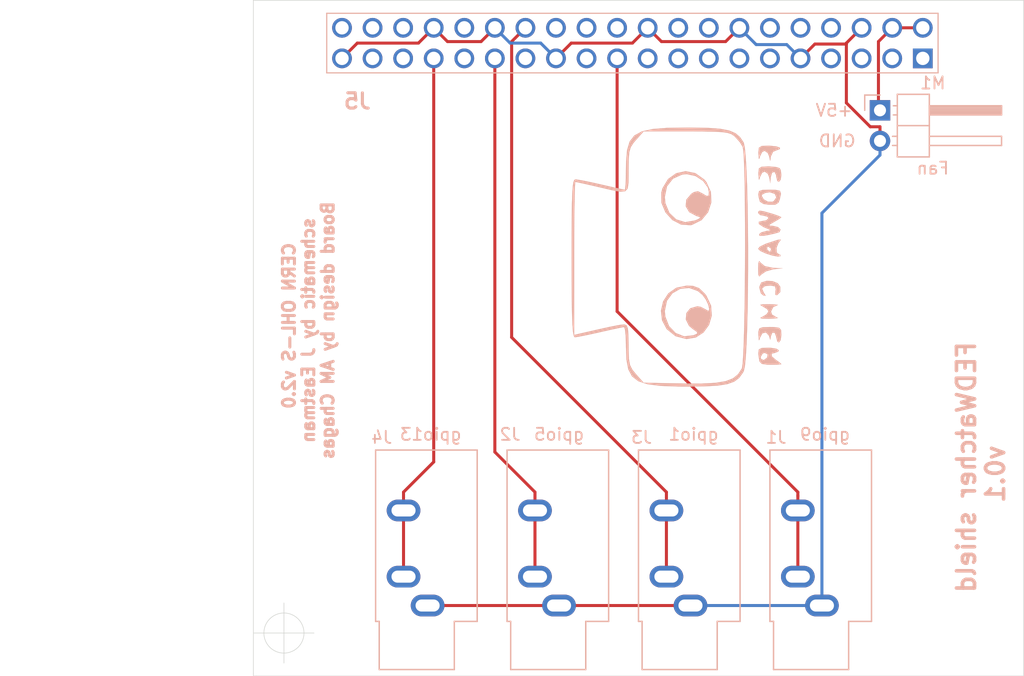
<source format=kicad_pcb>
(kicad_pcb (version 20171130) (host pcbnew "(5.1.12)-1")

  (general
    (thickness 1.6)
    (drawings 14)
    (tracks 54)
    (zones 0)
    (modules 7)
    (nets 33)
  )

  (page A4)
  (layers
    (0 F.Cu signal)
    (31 B.Cu signal)
    (32 B.Adhes user hide)
    (33 F.Adhes user hide)
    (34 B.Paste user hide)
    (35 F.Paste user hide)
    (36 B.SilkS user hide)
    (37 F.SilkS user hide)
    (38 B.Mask user hide)
    (39 F.Mask user hide)
    (40 Dwgs.User user hide)
    (41 Cmts.User user hide)
    (42 Eco1.User user hide)
    (43 Eco2.User user hide)
    (44 Edge.Cuts user)
    (45 Margin user hide)
    (46 B.CrtYd user hide)
    (47 F.CrtYd user hide)
    (48 B.Fab user hide)
    (49 F.Fab user hide)
  )

  (setup
    (last_trace_width 0.25)
    (trace_clearance 0.2)
    (zone_clearance 0.508)
    (zone_45_only no)
    (trace_min 0.2)
    (via_size 0.8)
    (via_drill 0.4)
    (via_min_size 0.4)
    (via_min_drill 0.3)
    (uvia_size 0.3)
    (uvia_drill 0.1)
    (uvias_allowed no)
    (uvia_min_size 0.2)
    (uvia_min_drill 0.1)
    (edge_width 0.05)
    (segment_width 0.2)
    (pcb_text_width 0.3)
    (pcb_text_size 1.5 1.5)
    (mod_edge_width 0.12)
    (mod_text_size 1 1)
    (mod_text_width 0.15)
    (pad_size 1.524 1.524)
    (pad_drill 0.762)
    (pad_to_mask_clearance 0)
    (aux_axis_origin 0 0)
    (grid_origin 55.118 85.09)
    (visible_elements 7FFFFFFF)
    (pcbplotparams
      (layerselection 0x3ffff_ffffffff)
      (usegerberextensions false)
      (usegerberattributes true)
      (usegerberadvancedattributes true)
      (creategerberjobfile true)
      (excludeedgelayer true)
      (linewidth 0.100000)
      (plotframeref false)
      (viasonmask false)
      (mode 1)
      (useauxorigin false)
      (hpglpennumber 1)
      (hpglpenspeed 20)
      (hpglpendiameter 15.000000)
      (psnegative false)
      (psa4output false)
      (plotreference true)
      (plotvalue true)
      (plotinvisibletext false)
      (padsonsilk false)
      (subtractmaskfromsilk false)
      (outputformat 1)
      (mirror false)
      (drillshape 0)
      (scaleselection 1)
      (outputdirectory "gerbers/"))
  )

  (net 0 "")
  (net 1 jack3)
  (net 2 GND)
  (net 3 jack2)
  (net 4 jack1)
  (net 5 jack4)
  (net 6 "Net-(J5-Pad1)")
  (net 7 +5V)
  (net 8 "Net-(J5-Pad3)")
  (net 9 "Net-(J5-Pad5)")
  (net 10 "Net-(J5-Pad7)")
  (net 11 "Net-(J5-Pad8)")
  (net 12 "Net-(J5-Pad10)")
  (net 13 "Net-(J5-Pad11)")
  (net 14 "Net-(J5-Pad12)")
  (net 15 "Net-(J5-Pad13)")
  (net 16 "Net-(J5-Pad15)")
  (net 17 "Net-(J5-Pad16)")
  (net 18 "Net-(J5-Pad17)")
  (net 19 "Net-(J5-Pad18)")
  (net 20 "Net-(J5-Pad19)")
  (net 21 "Net-(J5-Pad22)")
  (net 22 "Net-(J5-Pad23)")
  (net 23 "Net-(J5-Pad24)")
  (net 24 "Net-(J5-Pad26)")
  (net 25 "Net-(J5-Pad27)")
  (net 26 "Net-(J5-Pad31)")
  (net 27 "Net-(J5-Pad32)")
  (net 28 "Net-(J5-Pad35)")
  (net 29 "Net-(J5-Pad36)")
  (net 30 "Net-(J5-Pad37)")
  (net 31 "Net-(J5-Pad38)")
  (net 32 "Net-(J5-Pad40)")

  (net_class Default "This is the default net class."
    (clearance 0.2)
    (trace_width 0.25)
    (via_dia 0.8)
    (via_drill 0.4)
    (uvia_dia 0.3)
    (uvia_drill 0.1)
    (add_net +5V)
    (add_net GND)
    (add_net "Net-(J5-Pad1)")
    (add_net "Net-(J5-Pad10)")
    (add_net "Net-(J5-Pad11)")
    (add_net "Net-(J5-Pad12)")
    (add_net "Net-(J5-Pad13)")
    (add_net "Net-(J5-Pad15)")
    (add_net "Net-(J5-Pad16)")
    (add_net "Net-(J5-Pad17)")
    (add_net "Net-(J5-Pad18)")
    (add_net "Net-(J5-Pad19)")
    (add_net "Net-(J5-Pad22)")
    (add_net "Net-(J5-Pad23)")
    (add_net "Net-(J5-Pad24)")
    (add_net "Net-(J5-Pad26)")
    (add_net "Net-(J5-Pad27)")
    (add_net "Net-(J5-Pad3)")
    (add_net "Net-(J5-Pad31)")
    (add_net "Net-(J5-Pad32)")
    (add_net "Net-(J5-Pad35)")
    (add_net "Net-(J5-Pad36)")
    (add_net "Net-(J5-Pad37)")
    (add_net "Net-(J5-Pad38)")
    (add_net "Net-(J5-Pad40)")
    (add_net "Net-(J5-Pad5)")
    (add_net "Net-(J5-Pad7)")
    (add_net "Net-(J5-Pad8)")
    (add_net jack1)
    (add_net jack2)
    (add_net jack3)
    (add_net jack4)
  )

  (module board_logo:board_logo (layer B.Cu) (tedit 0) (tstamp 61E0F63D)
    (at 87.63 53.848 270)
    (fp_text reference G*** (at 0 0 270) (layer F.SilkS) hide
      (effects (font (size 1.524 1.524) (thickness 0.3)))
    )
    (fp_text value LOGO (at 0.75 0 270) (layer F.SilkS) hide
      (effects (font (size 1.524 1.524) (thickness 0.3)))
    )
    (fp_poly (pts (xy -8.556356 -6.917449) (xy -8.160762 -6.950424) (xy -8.181402 -7.003716) (xy -8.341101 -7.040048)
      (xy -8.719543 -7.223596) (xy -8.825423 -7.426271) (xy -8.642472 -7.690407) (xy -8.341101 -7.812495)
      (xy -7.999374 -7.885267) (xy -8.07559 -7.917747) (xy -8.32613 -7.935093) (xy -8.749521 -8.137121)
      (xy -8.864266 -8.41535) (xy -8.978486 -8.705317) (xy -9.094491 -8.702356) (xy -9.19929 -8.397182)
      (xy -9.253758 -7.850452) (xy -9.255932 -7.713277) (xy -9.230515 -7.178326) (xy -9.082918 -6.951871)
      (xy -8.706118 -6.912163) (xy -8.556356 -6.917449)) (layer B.SilkS) (width 0.01))
    (fp_poly (pts (xy -6.834322 -6.917449) (xy -6.438728 -6.950424) (xy -6.459368 -7.003716) (xy -6.619067 -7.040048)
      (xy -6.997509 -7.223596) (xy -7.103389 -7.426271) (xy -6.920438 -7.690407) (xy -6.619067 -7.812495)
      (xy -6.134745 -7.905779) (xy -6.619067 -7.935093) (xy -7.011093 -8.053385) (xy -7.080229 -8.249823)
      (xy -6.810312 -8.386272) (xy -6.672881 -8.394915) (xy -6.3231 -8.485058) (xy -6.242373 -8.610169)
      (xy -6.419426 -8.764834) (xy -6.814019 -8.82349) (xy -7.2213 -8.773334) (xy -7.390395 -8.681921)
      (xy -7.483342 -8.391242) (xy -7.531871 -7.853493) (xy -7.533898 -7.713277) (xy -7.508482 -7.178326)
      (xy -7.360884 -6.951871) (xy -6.984084 -6.912163) (xy -6.834322 -6.917449)) (layer B.SilkS) (width 0.01))
    (fp_poly (pts (xy -5.004661 -6.927651) (xy -4.599092 -7.037046) (xy -4.41143 -7.330635) (xy -4.347577 -7.7749)
      (xy -4.347562 -8.315415) (xy -4.514634 -8.582226) (xy -4.778086 -8.686792) (xy -5.263658 -8.791596)
      (xy -5.505219 -8.706867) (xy -5.587817 -8.344878) (xy -5.596137 -7.869483) (xy -5.381356 -7.869483)
      (xy -5.247926 -8.2763) (xy -4.954252 -8.398818) (xy -4.660252 -8.196295) (xy -4.597128 -8.069293)
      (xy -4.604985 -7.697866) (xy -4.804662 -7.352243) (xy -5.080794 -7.196366) (xy -5.190491 -7.226091)
      (xy -5.337936 -7.509944) (xy -5.381356 -7.869483) (xy -5.596137 -7.869483) (xy -5.59661 -7.842482)
      (xy -5.579663 -7.243682) (xy -5.482461 -6.967788) (xy -5.235468 -6.907331) (xy -5.004661 -6.927651)) (layer B.SilkS) (width 0.01))
    (fp_poly (pts (xy -3.484431 -7.068422) (xy -3.444067 -7.318644) (xy -3.353924 -7.668425) (xy -3.228813 -7.749153)
      (xy -3.053923 -7.568867) (xy -3.013559 -7.318644) (xy -2.936923 -6.947223) (xy -2.746184 -6.953767)
      (xy -2.500096 -7.32196) (xy -2.432248 -7.480085) (xy -2.268314 -7.856246) (xy -2.197697 -7.849966)
      (xy -2.175441 -7.600416) (xy -2.055562 -7.156344) (xy -1.907494 -6.977349) (xy -1.766488 -7.000485)
      (xy -1.770393 -7.366145) (xy -1.819409 -7.662583) (xy -1.944397 -8.239022) (xy -2.057933 -8.621466)
      (xy -2.07933 -8.665855) (xy -2.287807 -8.760794) (xy -2.491934 -8.544263) (xy -2.591405 -8.124471)
      (xy -2.591669 -8.113144) (xy -2.616843 -7.825593) (xy -2.717524 -7.879497) (xy -2.921425 -8.233475)
      (xy -3.163198 -8.64447) (xy -3.306652 -8.825047) (xy -3.309243 -8.825424) (xy -3.406117 -8.641306)
      (xy -3.567204 -8.181222) (xy -3.62525 -7.993247) (xy -3.806836 -7.354167) (xy -3.858098 -7.024084)
      (xy -3.782129 -6.902681) (xy -3.659322 -6.888136) (xy -3.484431 -7.068422)) (layer B.SilkS) (width 0.01))
    (fp_poly (pts (xy -0.505443 -7.07255) (xy -0.301755 -7.51647) (xy -0.128309 -8.055911) (xy -0.038933 -8.526888)
      (xy -0.07282 -8.754742) (xy -0.20389 -8.732706) (xy -0.215254 -8.646045) (xy -0.379279 -8.437697)
      (xy -0.754944 -8.416504) (xy -1.167635 -8.579504) (xy -1.272668 -8.663983) (xy -1.456001 -8.790294)
      (xy -1.448767 -8.589194) (xy -1.394603 -8.394915) (xy -1.177491 -7.736449) (xy -0.861017 -7.736449)
      (xy -0.704761 -7.955647) (xy -0.645762 -7.964407) (xy -0.436105 -7.890965) (xy -0.430508 -7.869483)
      (xy -0.581345 -7.685706) (xy -0.645762 -7.641525) (xy -0.844116 -7.658592) (xy -0.861017 -7.736449)
      (xy -1.177491 -7.736449) (xy -1.107019 -7.522722) (xy -0.87452 -7.034059) (xy -0.685544 -6.888136)
      (xy -0.505443 -7.07255)) (layer B.SilkS) (width 0.01))
    (fp_poly (pts (xy 1.471204 -6.909228) (xy 1.617464 -6.985317) (xy 1.455275 -7.154958) (xy 1.452342 -7.157203)
      (xy 1.188586 -7.545864) (xy 1.021669 -8.128366) (xy 1.015141 -8.179661) (xy 0.929915 -8.933051)
      (xy 0.895466 -8.136543) (xy 0.755521 -7.45469) (xy 0.484322 -7.120631) (xy 0.320473 -6.980391)
      (xy 0.494702 -6.912742) (xy 0.955972 -6.894681) (xy 1.471204 -6.909228)) (layer B.SilkS) (width 0.01))
    (fp_poly (pts (xy 3.00591 -7.114062) (xy 3.192067 -7.318644) (xy 3.220591 -7.525709) (xy 3.01669 -7.408359)
      (xy 2.974946 -7.374325) (xy 2.617525 -7.217195) (xy 2.415439 -7.45985) (xy 2.367797 -7.917761)
      (xy 2.435804 -8.297208) (xy 2.707469 -8.352759) (xy 2.810597 -8.329331) (xy 3.141244 -8.322743)
      (xy 3.169455 -8.465666) (xy 2.896266 -8.740502) (xy 2.479576 -8.737941) (xy 2.171008 -8.524791)
      (xy 1.996521 -8.082389) (xy 1.975548 -7.600729) (xy 2.11097 -7.149353) (xy 2.447935 -7.000015)
      (xy 2.565113 -6.995763) (xy 3.00591 -7.114062)) (layer B.SilkS) (width 0.01))
    (fp_poly (pts (xy 4.073157 -7.208596) (xy 4.096539 -7.264831) (xy 4.329885 -7.637862) (xy 4.520339 -7.749153)
      (xy 4.76768 -7.572852) (xy 4.94414 -7.264831) (xy 5.056716 -7.0629) (xy 5.112879 -7.204107)
      (xy 5.124665 -7.728256) (xy 5.123144 -7.85678) (xy 5.099213 -8.366708) (xy 5.053935 -8.55211)
      (xy 5.01419 -8.448729) (xy 4.780345 -8.04769) (xy 4.520339 -7.964407) (xy 4.152184 -8.153753)
      (xy 4.026489 -8.448729) (xy 3.972807 -8.536987) (xy 3.932274 -8.256181) (xy 3.917535 -7.85678)
      (xy 3.923044 -7.264353) (xy 3.970906 -7.06156) (xy 4.073157 -7.208596)) (layer B.SilkS) (width 0.01))
    (fp_poly (pts (xy 6.511441 -6.917449) (xy 6.907034 -6.950424) (xy 6.886395 -7.003716) (xy 6.726695 -7.040048)
      (xy 6.337199 -7.243026) (xy 6.266978 -7.543013) (xy 6.536856 -7.789877) (xy 6.619068 -7.816027)
      (xy 6.884357 -7.897835) (xy 6.731499 -7.931561) (xy 6.619068 -7.939437) (xy 6.287805 -8.066162)
      (xy 6.294746 -8.271396) (xy 6.620793 -8.393497) (xy 6.672882 -8.394915) (xy 7.022663 -8.485058)
      (xy 7.10339 -8.610169) (xy 6.916341 -8.761307) (xy 6.465662 -8.825407) (xy 6.457627 -8.825424)
      (xy 6.060538 -8.797344) (xy 5.872464 -8.635218) (xy 5.815515 -8.22221) (xy 5.811865 -7.85678)
      (xy 5.828149 -7.262323) (xy 5.933358 -6.984844) (xy 6.212031 -6.910834) (xy 6.511441 -6.917449)) (layer B.SilkS) (width 0.01))
    (fp_poly (pts (xy 8.233475 -6.928311) (xy 8.673663 -7.002122) (xy 8.877892 -7.196291) (xy 8.940254 -7.640448)
      (xy 8.946456 -7.910593) (xy 8.94093 -8.46953) (xy 8.911183 -8.793151) (xy 8.894466 -8.825424)
      (xy 8.745117 -8.667226) (xy 8.560215 -8.394915) (xy 8.248347 -8.028565) (xy 8.029843 -8.018264)
      (xy 7.964407 -8.287288) (xy 7.848176 -8.573742) (xy 7.749153 -8.610169) (xy 7.615227 -8.419011)
      (xy 7.539916 -7.94063) (xy 7.533899 -7.735514) (xy 7.544386 -7.444209) (xy 7.964407 -7.444209)
      (xy 8.089882 -7.679934) (xy 8.348061 -7.642346) (xy 8.560841 -7.359004) (xy 8.467157 -7.139428)
      (xy 8.305226 -7.10339) (xy 8.008704 -7.276703) (xy 7.964407 -7.444209) (xy 7.544386 -7.444209)
      (xy 7.553871 -7.180789) (xy 7.679321 -6.943089) (xy 8.008551 -6.908988) (xy 8.233475 -6.928311)) (layer B.SilkS) (width 0.01))
    (fp_poly (pts (xy 2.045644 8.606418) (xy 3.589488 8.59417) (xy 4.775438 8.571938) (xy 5.639773 8.538233)
      (xy 6.218771 8.491569) (xy 6.54871 8.430456) (xy 6.665871 8.353407) (xy 6.667355 8.341102)
      (xy 6.619015 8.019229) (xy 6.494839 7.392804) (xy 6.317996 6.576245) (xy 6.242373 6.242373)
      (xy 6.052777 5.400531) (xy 5.906407 4.722486) (xy 5.825993 4.314737) (xy 5.817391 4.251271)
      (xy 6.012642 4.17537) (xy 6.535457 4.118636) (xy 7.28299 4.09102) (xy 7.486003 4.089831)
      (xy 8.53013 4.050644) (xy 9.32865 3.9001) (xy 9.913614 3.588718) (xy 10.317073 3.067019)
      (xy 10.571078 2.285525) (xy 10.707679 1.194756) (xy 10.758929 -0.254766) (xy 10.762712 -0.968644)
      (xy 10.745865 -2.433579) (xy 10.683379 -3.53491) (xy 10.557335 -4.338648) (xy 10.349815 -4.910804)
      (xy 10.0429 -5.317389) (xy 9.618671 -5.624413) (xy 9.478233 -5.700594) (xy 9.087815 -5.789945)
      (xy 8.325207 -5.866362) (xy 7.247441 -5.929875) (xy 5.911549 -5.980517) (xy 4.374562 -6.018318)
      (xy 2.693512 -6.043311) (xy 0.925431 -6.055525) (xy -0.87265 -6.054992) (xy -2.6437 -6.041744)
      (xy -4.330686 -6.015813) (xy -5.876577 -5.977228) (xy -7.224341 -5.926022) (xy -8.316947 -5.862226)
      (xy -9.097363 -5.785872) (xy -9.508557 -5.69699) (xy -9.522294 -5.690162) (xy -9.968104 -5.393059)
      (xy -10.295033 -5.012177) (xy -10.520484 -4.481272) (xy -10.661861 -3.734101) (xy -10.736565 -2.704423)
      (xy -10.761999 -1.325995) (xy -10.762711 -0.968644) (xy -10.738256 0.641453) (xy -10.642699 1.872455)
      (xy -10.477293 2.618365) (xy -10.43983 2.618365) (xy -10.43983 -0.928388) (xy -10.435854 -2.255456)
      (xy -10.418943 -3.221951) (xy -10.38162 -3.89777) (xy -10.31641 -4.352813) (xy -10.215836 -4.656981)
      (xy -10.072424 -4.880172) (xy -10.009322 -4.953655) (xy -9.543946 -5.369532) (xy -9.148305 -5.608372)
      (xy -8.796078 -5.664138) (xy -8.073356 -5.71037) (xy -7.036842 -5.747287) (xy -5.743238 -5.775113)
      (xy -4.249249 -5.794067) (xy -2.611577 -5.804371) (xy -0.886927 -5.806245) (xy 0.867998 -5.799911)
      (xy 2.596496 -5.78559) (xy 4.241861 -5.763502) (xy 5.747392 -5.73387) (xy 7.056385 -5.696913)
      (xy 8.112135 -5.652853) (xy 8.857941 -5.601912) (xy 9.237097 -5.544309) (xy 9.255933 -5.536629)
      (xy 9.728172 -5.227845) (xy 10.074361 -4.800788) (xy 10.309859 -4.194358) (xy 10.45003 -3.347456)
      (xy 10.510235 -2.198982) (xy 10.505835 -0.687838) (xy 10.503647 -0.573988) (xy 10.439831 2.618973)
      (xy 9.736859 3.246774) (xy 9.347883 3.5637) (xy 8.974341 3.751325) (xy 8.487004 3.843152)
      (xy 7.756641 3.872684) (xy 7.315248 3.874576) (xy 6.451382 3.885964) (xy 5.933732 3.932421)
      (xy 5.678328 4.032387) (xy 5.601199 4.204299) (xy 5.599792 4.251271) (xy 5.618251 4.483492)
      (xy 5.679391 4.856525) (xy 5.796507 5.434847) (xy 5.982892 6.282932) (xy 6.251838 7.465254)
      (xy 6.354255 7.910593) (xy 6.46583 8.394915) (xy 0.111729 8.394915) (xy -1.492402 8.39169)
      (xy -2.947824 8.382566) (xy -4.201494 8.368373) (xy -5.200373 8.349938) (xy -5.891417 8.328092)
      (xy -6.221587 8.303663) (xy -6.242373 8.295624) (xy -6.196671 8.055236) (xy -6.074521 7.497222)
      (xy -5.898353 6.722953) (xy -5.811864 6.35) (xy -5.564214 5.293071) (xy -5.434085 4.588565)
      (xy -5.461543 4.165418) (xy -5.686657 3.95257) (xy -6.149495 3.878958) (xy -6.890125 3.873521)
      (xy -7.207621 3.874576) (xy -8.115992 3.864168) (xy -8.716203 3.81271) (xy -9.130469 3.68985)
      (xy -9.481005 3.465239) (xy -9.736858 3.246471) (xy -10.43983 2.618365) (xy -10.477293 2.618365)
      (xy -10.442756 2.774112) (xy -10.105143 3.396173) (xy -9.596575 3.788387) (xy -8.883768 4.000504)
      (xy -7.933437 4.082273) (xy -7.378375 4.089831) (xy -6.563468 4.100895) (xy -5.944376 4.130367)
      (xy -5.621255 4.172665) (xy -5.59661 4.189122) (xy -5.642311 4.429509) (xy -5.764461 4.987524)
      (xy -5.94063 5.761793) (xy -6.027118 6.134746) (xy -6.221769 7.003755) (xy -6.370595 7.7333)
      (xy -6.450304 8.206466) (xy -6.457627 8.295624) (xy -6.406691 8.385742) (xy -6.225541 8.457272)
      (xy -5.871665 8.51225) (xy -5.30255 8.552714) (xy -4.475683 8.5807) (xy -3.34855 8.598246)
      (xy -1.87864 8.607387) (xy -0.02344 8.610161) (xy 0.107627 8.610169) (xy 2.045644 8.606418)) (layer B.SilkS) (width 0.01))
    (fp_poly (pts (xy -4.49949 1.143176) (xy -3.709105 0.812401) (xy -3.079565 0.243768) (xy -2.696676 -0.481529)
      (xy -2.646248 -1.282295) (xy -2.670347 -1.394785) (xy -3.0662 -2.190452) (xy -3.726172 -2.736955)
      (xy -4.544569 -3.005523) (xy -5.415696 -2.967389) (xy -6.233858 -2.593783) (xy -6.442868 -2.42161)
      (xy -6.974938 -1.68012) (xy -7.118822 -0.968644) (xy -6.888135 -0.968644) (xy -6.728909 -1.692148)
      (xy -6.320156 -2.31719) (xy -5.765266 -2.717822) (xy -5.386178 -2.798305) (xy -5.088285 -2.764966)
      (xy -5.092731 -2.586084) (xy -5.265343 -2.303177) (xy -5.473387 -1.891982) (xy -5.399023 -1.552771)
      (xy -5.258099 -1.334533) (xy -4.767128 -0.919547) (xy -4.221105 -0.871774) (xy -3.731772 -1.161541)
      (xy -3.410873 -1.759177) (xy -3.393482 -1.829661) (xy -3.307348 -2.079368) (xy -3.192282 -1.979882)
      (xy -3.047086 -1.653282) (xy -2.903409 -0.824782) (xy -3.131823 -0.087794) (xy -3.674218 0.482469)
      (xy -4.472486 0.810795) (xy -4.98966 0.861017) (xy -5.871765 0.680605) (xy -6.513957 0.180548)
      (xy -6.852143 -0.57738) (xy -6.888135 -0.968644) (xy -7.118822 -0.968644) (xy -7.139611 -0.865848)
      (xy -6.965701 -0.074397) (xy -6.482023 0.598629) (xy -5.717392 1.057628) (xy -5.364912 1.154899)
      (xy -4.49949 1.143176)) (layer B.SilkS) (width 0.01))
    (fp_poly (pts (xy 5.263352 1.092641) (xy 5.989442 0.706763) (xy 6.55143 0.008464) (xy 6.592099 -0.073013)
      (xy 6.81546 -0.938117) (xy 6.682563 -1.715876) (xy 6.265905 -2.357787) (xy 5.637981 -2.815342)
      (xy 4.871287 -3.040037) (xy 4.038319 -2.983367) (xy 3.211572 -2.596826) (xy 3.030075 -2.456289)
      (xy 2.583012 -1.992809) (xy 2.396302 -1.482612) (xy 2.377503 -1.150376) (xy 2.567514 -1.150376)
      (xy 2.826655 -1.881309) (xy 3.152619 -2.270448) (xy 3.544699 -2.552284) (xy 3.965042 -2.74532)
      (xy 4.310836 -2.826375) (xy 4.479266 -2.772267) (xy 4.36752 -2.559815) (xy 4.348136 -2.54)
      (xy 4.132478 -2.120346) (xy 4.089831 -1.829661) (xy 4.25254 -1.251611) (xy 4.658951 -0.926528)
      (xy 5.186495 -0.881147) (xy 5.712598 -1.142204) (xy 5.954821 -1.422862) (xy 6.216762 -1.796724)
      (xy 6.356529 -1.829221) (xy 6.487768 -1.539168) (xy 6.497559 -1.512713) (xy 6.583835 -0.738618)
      (xy 6.307851 -0.038518) (xy 5.737808 0.507284) (xy 4.941906 0.818485) (xy 4.481526 0.861017)
      (xy 3.642013 0.687248) (xy 3.015982 0.230017) (xy 2.644219 -0.414563) (xy 2.567514 -1.150376)
      (xy 2.377503 -1.150376) (xy 2.367797 -0.978862) (xy 2.544503 -0.096388) (xy 3.013737 0.571583)
      (xy 3.684174 1.005468) (xy 4.464488 1.185681) (xy 5.263352 1.092641)) (layer B.SilkS) (width 0.01))
  )

  (module Connector_Audio:Jack_3.5mm_CUI_SJ1-3533NG_Horizontal (layer F.Cu) (tedit 5BAD3514) (tstamp 61C0B315)
    (at 99.822 82.804 180)
    (descr "TRS 3.5mm, horizontal, through-hole, https://www.cui.com/product/resource/sj1-353xng.pdf")
    (tags "TRS audio jack stereo horizontal")
    (path /61C53EA3)
    (fp_text reference J1 (at 3.81 13.97) (layer B.SilkS)
      (effects (font (size 1 1) (thickness 0.15)) (justify mirror))
    )
    (fp_text value AudioJack3 (at 0.1 14.05) (layer B.Fab)
      (effects (font (size 1 1) (thickness 0.15)))
    )
    (fp_line (start -2.1 -5.2) (end 3.9 -5.2) (layer F.Fab) (width 0.1))
    (fp_line (start 3.9 -5.2) (end 3.9 -1.2) (layer F.Fab) (width 0.1))
    (fp_line (start 3.9 -1.2) (end 4.2 -1.2) (layer F.Fab) (width 0.1))
    (fp_line (start 4.2 -1.2) (end 4.2 12.8) (layer F.Fab) (width 0.1))
    (fp_line (start 4.2 12.8) (end -4 12.8) (layer F.Fab) (width 0.1))
    (fp_line (start -4 12.8) (end -4 -1.2) (layer F.Fab) (width 0.1))
    (fp_line (start -4 -1.2) (end -2.1 -1.2) (layer F.Fab) (width 0.1))
    (fp_line (start -2.1 -1.2) (end -2.1 -5.2) (layer F.Fab) (width 0.1))
    (fp_line (start -2.22 -5.32) (end 4.02 -5.32) (layer B.SilkS) (width 0.12))
    (fp_line (start 4.02 -5.32) (end 4.02 -1.32) (layer B.SilkS) (width 0.12))
    (fp_line (start 4.02 -1.32) (end 4.32 -1.32) (layer B.SilkS) (width 0.12))
    (fp_line (start 4.32 -1.32) (end 4.32 12.92) (layer B.SilkS) (width 0.12))
    (fp_line (start 4.32 12.92) (end -4.12 12.92) (layer B.SilkS) (width 0.12))
    (fp_line (start -4.12 12.92) (end -4.12 -1.32) (layer B.SilkS) (width 0.12))
    (fp_line (start -4.12 -1.32) (end -2.22 -1.32) (layer B.SilkS) (width 0.12))
    (fp_line (start -2.22 -1.32) (end -2.22 -5.32) (layer B.SilkS) (width 0.12))
    (fp_line (start -4.5 -5.7) (end -4.5 13.3) (layer F.CrtYd) (width 0.05))
    (fp_line (start -4.5 13.3) (end 4.7 13.3) (layer F.CrtYd) (width 0.05))
    (fp_line (start 4.7 13.3) (end 4.7 -5.7) (layer F.CrtYd) (width 0.05))
    (fp_line (start 4.7 -5.7) (end -4.5 -5.7) (layer F.CrtYd) (width 0.05))
    (fp_text user %R (at 0.1 3.8) (layer F.Fab)
      (effects (font (size 1 1) (thickness 0.15)))
    )
    (pad R thru_hole oval (at 2 7.9 180) (size 2.8 1.8) (drill oval 2 1) (layers *.Cu *.Mask)
      (net 1 jack3))
    (pad T thru_hole oval (at 2 2.4 180) (size 2.8 1.8) (drill oval 2 1) (layers *.Cu *.Mask)
      (net 1 jack3))
    (pad S thru_hole oval (at 0 0 180) (size 2.8 1.8) (drill oval 2 1) (layers *.Cu *.Mask)
      (net 2 GND))
    (model ${KISYS3DMOD}/Connector_Audio.3dshapes/Jack_3.5mm_CUI_SJ1-3533NG_Horizontal.wrl
      (at (xyz 0 0 0))
      (scale (xyz 1 1 1))
      (rotate (xyz 0 0 0))
    )
  )

  (module Connector_Audio:Jack_3.5mm_CUI_SJ1-3533NG_Horizontal (layer F.Cu) (tedit 5BAD3514) (tstamp 61E07CAA)
    (at 77.978 82.804 180)
    (descr "TRS 3.5mm, horizontal, through-hole, https://www.cui.com/product/resource/sj1-353xng.pdf")
    (tags "TRS audio jack stereo horizontal")
    (path /61C546DE)
    (fp_text reference J2 (at 4.064 14.224) (layer B.SilkS)
      (effects (font (size 1 1) (thickness 0.15)) (justify mirror))
    )
    (fp_text value AudioJack3 (at -0.709001 4.704999) (layer F.Fab)
      (effects (font (size 1 1) (thickness 0.15)))
    )
    (fp_line (start 4.7 -5.7) (end -4.5 -5.7) (layer F.CrtYd) (width 0.05))
    (fp_line (start 4.7 13.3) (end 4.7 -5.7) (layer F.CrtYd) (width 0.05))
    (fp_line (start -4.5 13.3) (end 4.7 13.3) (layer F.CrtYd) (width 0.05))
    (fp_line (start -4.5 -5.7) (end -4.5 13.3) (layer F.CrtYd) (width 0.05))
    (fp_line (start -2.22 -1.32) (end -2.22 -5.32) (layer B.SilkS) (width 0.12))
    (fp_line (start -4.12 -1.32) (end -2.22 -1.32) (layer B.SilkS) (width 0.12))
    (fp_line (start -4.12 12.92) (end -4.12 -1.32) (layer B.SilkS) (width 0.12))
    (fp_line (start 4.32 12.92) (end -4.12 12.92) (layer B.SilkS) (width 0.12))
    (fp_line (start 4.32 -1.32) (end 4.32 12.92) (layer B.SilkS) (width 0.12))
    (fp_line (start 4.02 -1.32) (end 4.32 -1.32) (layer B.SilkS) (width 0.12))
    (fp_line (start 4.02 -5.32) (end 4.02 -1.32) (layer B.SilkS) (width 0.12))
    (fp_line (start -2.22 -5.32) (end 4.02 -5.32) (layer B.SilkS) (width 0.12))
    (fp_line (start -2.1 -1.2) (end -2.1 -5.2) (layer F.Fab) (width 0.1))
    (fp_line (start -4 -1.2) (end -2.1 -1.2) (layer F.Fab) (width 0.1))
    (fp_line (start -4 12.8) (end -4 -1.2) (layer F.Fab) (width 0.1))
    (fp_line (start 4.2 12.8) (end -4 12.8) (layer F.Fab) (width 0.1))
    (fp_line (start 4.2 -1.2) (end 4.2 12.8) (layer F.Fab) (width 0.1))
    (fp_line (start 3.9 -1.2) (end 4.2 -1.2) (layer F.Fab) (width 0.1))
    (fp_line (start 3.9 -5.2) (end 3.9 -1.2) (layer F.Fab) (width 0.1))
    (fp_line (start -2.1 -5.2) (end 3.9 -5.2) (layer F.Fab) (width 0.1))
    (fp_text user %R (at 0.1 3.8) (layer F.Fab)
      (effects (font (size 1 1) (thickness 0.15)))
    )
    (pad S thru_hole oval (at 0 0 180) (size 2.8 1.8) (drill oval 2 1) (layers *.Cu *.Mask)
      (net 2 GND))
    (pad T thru_hole oval (at 2 2.4 180) (size 2.8 1.8) (drill oval 2 1) (layers *.Cu *.Mask)
      (net 3 jack2))
    (pad R thru_hole oval (at 2 7.9 180) (size 2.8 1.8) (drill oval 2 1) (layers *.Cu *.Mask)
      (net 3 jack2))
    (model ${KISYS3DMOD}/Connector_Audio.3dshapes/Jack_3.5mm_CUI_SJ1-3533NG_Horizontal.wrl
      (at (xyz 0 0 0))
      (scale (xyz 1 1 1))
      (rotate (xyz 0 0 0))
    )
  )

  (module Connector_Audio:Jack_3.5mm_CUI_SJ1-3533NG_Horizontal (layer F.Cu) (tedit 5BAD3514) (tstamp 61E07D4C)
    (at 88.9 82.804 180)
    (descr "TRS 3.5mm, horizontal, through-hole, https://www.cui.com/product/resource/sj1-353xng.pdf")
    (tags "TRS audio jack stereo horizontal")
    (path /61C5505F)
    (fp_text reference J3 (at 4.064 13.97) (layer B.SilkS)
      (effects (font (size 1 1) (thickness 0.15)) (justify mirror))
    )
    (fp_text value AudioJack3 (at 0.1 14.05) (layer F.Fab)
      (effects (font (size 1 1) (thickness 0.15)))
    )
    (fp_line (start -2.1 -5.2) (end 3.9 -5.2) (layer F.Fab) (width 0.1))
    (fp_line (start 3.9 -5.2) (end 3.9 -1.2) (layer F.Fab) (width 0.1))
    (fp_line (start 3.9 -1.2) (end 4.2 -1.2) (layer F.Fab) (width 0.1))
    (fp_line (start 4.2 -1.2) (end 4.2 12.8) (layer F.Fab) (width 0.1))
    (fp_line (start 4.2 12.8) (end -4 12.8) (layer F.Fab) (width 0.1))
    (fp_line (start -4 12.8) (end -4 -1.2) (layer F.Fab) (width 0.1))
    (fp_line (start -4 -1.2) (end -2.1 -1.2) (layer F.Fab) (width 0.1))
    (fp_line (start -2.1 -1.2) (end -2.1 -5.2) (layer F.Fab) (width 0.1))
    (fp_line (start -2.22 -5.32) (end 4.02 -5.32) (layer B.SilkS) (width 0.12))
    (fp_line (start 4.02 -5.32) (end 4.02 -1.32) (layer B.SilkS) (width 0.12))
    (fp_line (start 4.02 -1.32) (end 4.32 -1.32) (layer B.SilkS) (width 0.12))
    (fp_line (start 4.32 -1.32) (end 4.32 12.92) (layer B.SilkS) (width 0.12))
    (fp_line (start 4.32 12.92) (end -4.12 12.92) (layer B.SilkS) (width 0.12))
    (fp_line (start -4.12 12.92) (end -4.12 -1.32) (layer B.SilkS) (width 0.12))
    (fp_line (start -4.12 -1.32) (end -2.22 -1.32) (layer B.SilkS) (width 0.12))
    (fp_line (start -2.22 -1.32) (end -2.22 -5.32) (layer B.SilkS) (width 0.12))
    (fp_line (start -4.5 -5.7) (end -4.5 13.3) (layer F.CrtYd) (width 0.05))
    (fp_line (start -4.5 13.3) (end 4.7 13.3) (layer F.CrtYd) (width 0.05))
    (fp_line (start 4.7 13.3) (end 4.7 -5.7) (layer F.CrtYd) (width 0.05))
    (fp_line (start 4.7 -5.7) (end -4.5 -5.7) (layer F.CrtYd) (width 0.05))
    (fp_text user %R (at 0.1 3.8) (layer F.Fab)
      (effects (font (size 1 1) (thickness 0.15)))
    )
    (pad R thru_hole oval (at 2 7.9 180) (size 2.8 1.8) (drill oval 2 1) (layers *.Cu *.Mask)
      (net 4 jack1))
    (pad T thru_hole oval (at 2 2.4 180) (size 2.8 1.8) (drill oval 2 1) (layers *.Cu *.Mask)
      (net 4 jack1))
    (pad S thru_hole oval (at 0 0 180) (size 2.8 1.8) (drill oval 2 1) (layers *.Cu *.Mask)
      (net 2 GND))
    (model ${KISYS3DMOD}/Connector_Audio.3dshapes/Jack_3.5mm_CUI_SJ1-3533NG_Horizontal.wrl
      (at (xyz 0 0 0))
      (scale (xyz 1 1 1))
      (rotate (xyz 0 0 0))
    )
  )

  (module Connector_Audio:Jack_3.5mm_CUI_SJ1-3533NG_Horizontal (layer F.Cu) (tedit 5BAD3514) (tstamp 61E07CFB)
    (at 67.056 82.804 180)
    (descr "TRS 3.5mm, horizontal, through-hole, https://www.cui.com/product/resource/sj1-353xng.pdf")
    (tags "TRS audio jack stereo horizontal")
    (path /61C4B35F)
    (fp_text reference J4 (at 3.81 13.97) (layer B.SilkS)
      (effects (font (size 1 1) (thickness 0.15)) (justify mirror))
    )
    (fp_text value AudioJack3 (at 0.1 14.05) (layer F.Fab)
      (effects (font (size 1 1) (thickness 0.15)))
    )
    (fp_line (start 4.7 -5.7) (end -4.5 -5.7) (layer F.CrtYd) (width 0.05))
    (fp_line (start 4.7 13.3) (end 4.7 -5.7) (layer F.CrtYd) (width 0.05))
    (fp_line (start -4.5 13.3) (end 4.7 13.3) (layer F.CrtYd) (width 0.05))
    (fp_line (start -4.5 -5.7) (end -4.5 13.3) (layer F.CrtYd) (width 0.05))
    (fp_line (start -2.22 -1.32) (end -2.22 -5.32) (layer B.SilkS) (width 0.12))
    (fp_line (start -4.12 -1.32) (end -2.22 -1.32) (layer B.SilkS) (width 0.12))
    (fp_line (start -4.12 12.92) (end -4.12 -1.32) (layer B.SilkS) (width 0.12))
    (fp_line (start 4.32 12.92) (end -4.12 12.92) (layer B.SilkS) (width 0.12))
    (fp_line (start 4.32 -1.32) (end 4.32 12.92) (layer B.SilkS) (width 0.12))
    (fp_line (start 4.02 -1.32) (end 4.32 -1.32) (layer B.SilkS) (width 0.12))
    (fp_line (start 4.02 -5.32) (end 4.02 -1.32) (layer B.SilkS) (width 0.12))
    (fp_line (start -2.22 -5.32) (end 4.02 -5.32) (layer B.SilkS) (width 0.12))
    (fp_line (start -2.1 -1.2) (end -2.1 -5.2) (layer F.Fab) (width 0.1))
    (fp_line (start -4 -1.2) (end -2.1 -1.2) (layer F.Fab) (width 0.1))
    (fp_line (start -4 12.8) (end -4 -1.2) (layer F.Fab) (width 0.1))
    (fp_line (start 4.2 12.8) (end -4 12.8) (layer F.Fab) (width 0.1))
    (fp_line (start 4.2 -1.2) (end 4.2 12.8) (layer F.Fab) (width 0.1))
    (fp_line (start 3.9 -1.2) (end 4.2 -1.2) (layer F.Fab) (width 0.1))
    (fp_line (start 3.9 -5.2) (end 3.9 -1.2) (layer F.Fab) (width 0.1))
    (fp_line (start -2.1 -5.2) (end 3.9 -5.2) (layer F.Fab) (width 0.1))
    (fp_text user %R (at 0.1 3.8) (layer F.Fab)
      (effects (font (size 1 1) (thickness 0.15)))
    )
    (pad S thru_hole oval (at 0 0 180) (size 2.8 1.8) (drill oval 2 1) (layers *.Cu *.Mask)
      (net 2 GND))
    (pad T thru_hole oval (at 2 2.4 180) (size 2.8 1.8) (drill oval 2 1) (layers *.Cu *.Mask)
      (net 5 jack4))
    (pad R thru_hole oval (at 2 7.9 180) (size 2.8 1.8) (drill oval 2 1) (layers *.Cu *.Mask)
      (net 5 jack4))
    (model ${KISYS3DMOD}/Connector_Audio.3dshapes/Jack_3.5mm_CUI_SJ1-3533NG_Horizontal.wrl
      (at (xyz 0 0 0))
      (scale (xyz 1 1 1))
      (rotate (xyz 0 0 0))
    )
  )

  (module raspberrypi:RASPBERRYPI4B4GB (layer F.Cu) (tedit 0) (tstamp 61C0B3B2)
    (at 108.204 37.338)
    (descr "RASPBERRY PI 4B/4GB")
    (tags Connector)
    (path /61C0945B)
    (fp_text reference J5 (at -46.99 3.556) (layer B.SilkS)
      (effects (font (size 1.27 1.27) (thickness 0.254)) (justify mirror))
    )
    (fp_text value RASPBERRY_PI_4B_+_Samtec_ESP-120-33-G-D (at -34.13 23.23) (layer B.SilkS) hide
      (effects (font (size 1.27 1.27) (thickness 0.254)))
    )
    (fp_line (start -76.63 48.23) (end -76.63 -1.77) (layer F.CrtYd) (width 0.1))
    (fp_line (start -73.63 51.23) (end -73.63 51.23) (layer F.CrtYd) (width 0.1))
    (fp_line (start 5.37 51.23) (end -73.63 51.23) (layer F.CrtYd) (width 0.1))
    (fp_line (start 8.37 48.23) (end 8.37 48.23) (layer F.CrtYd) (width 0.1))
    (fp_line (start 8.37 -1.77) (end 8.37 48.23) (layer F.CrtYd) (width 0.1))
    (fp_line (start 5.37 -4.77) (end 5.37 -4.77) (layer F.CrtYd) (width 0.1))
    (fp_line (start -73.63 -4.77) (end 5.37 -4.77) (layer F.CrtYd) (width 0.1))
    (fp_line (start -76.63 -1.77) (end -76.63 -1.77) (layer F.CrtYd) (width 0.1))
    (fp_line (start 0 0) (end 0 0) (layer B.SilkS) (width 0.1))
    (fp_line (start 0 0) (end 0 0) (layer B.SilkS) (width 0.1))
    (fp_line (start 0 0) (end 0 0) (layer B.SilkS) (width 0.1))
    (fp_line (start 0 0) (end 0 0) (layer B.SilkS) (width 0.1))
    (fp_line (start -49.53 1.205) (end -49.53 -3.745) (layer B.SilkS) (width 0.1))
    (fp_line (start 1.27 1.205) (end -49.53 1.205) (layer B.SilkS) (width 0.1))
    (fp_line (start 1.27 -3.745) (end 1.27 1.205) (layer B.SilkS) (width 0.1))
    (fp_line (start -49.53 -3.745) (end 1.27 -3.745) (layer B.SilkS) (width 0.1))
    (fp_line (start 1.27 1.205) (end 1.27 -3.745) (layer F.Fab) (width 0.2))
    (fp_line (start -49.53 1.205) (end 1.27 1.205) (layer F.Fab) (width 0.2))
    (fp_line (start -49.53 -3.745) (end -49.53 1.205) (layer F.Fab) (width 0.2))
    (fp_line (start 1.27 -3.745) (end -49.53 -3.745) (layer F.Fab) (width 0.2))
    (fp_text user %R (at -34.13 23.23) (layer F.Fab)
      (effects (font (size 1.27 1.27) (thickness 0.254)))
    )
    (fp_arc (start -73.63 -1.77) (end -76.63 -1.77) (angle 90) (layer F.CrtYd) (width 0.1))
    (fp_arc (start 5.37 -1.77) (end 5.37 -4.77) (angle 90) (layer F.CrtYd) (width 0.1))
    (fp_arc (start 5.37 48.23) (end 8.37 48.23) (angle 90) (layer F.CrtYd) (width 0.1))
    (fp_arc (start -73.63 48.23) (end -73.63 51.23) (angle 90) (layer F.CrtYd) (width 0.1))
    (pad 1 thru_hole rect (at 0 0) (size 1.64 1.64) (drill 1.11) (layers *.Cu *.Mask)
      (net 6 "Net-(J5-Pad1)"))
    (pad 2 thru_hole circle (at 0 -2.54) (size 1.64 1.64) (drill 1.11) (layers *.Cu *.Mask)
      (net 7 +5V))
    (pad 3 thru_hole circle (at -2.54 0) (size 1.64 1.64) (drill 1.11) (layers *.Cu *.Mask)
      (net 8 "Net-(J5-Pad3)"))
    (pad 4 thru_hole circle (at -2.54 -2.54) (size 1.64 1.64) (drill 1.11) (layers *.Cu *.Mask)
      (net 7 +5V))
    (pad 5 thru_hole circle (at -5.08 0) (size 1.64 1.64) (drill 1.11) (layers *.Cu *.Mask)
      (net 9 "Net-(J5-Pad5)"))
    (pad 6 thru_hole circle (at -5.08 -2.54) (size 1.64 1.64) (drill 1.11) (layers *.Cu *.Mask)
      (net 2 GND))
    (pad 7 thru_hole circle (at -7.62 0) (size 1.64 1.64) (drill 1.11) (layers *.Cu *.Mask)
      (net 10 "Net-(J5-Pad7)"))
    (pad 8 thru_hole circle (at -7.62 -2.54) (size 1.64 1.64) (drill 1.11) (layers *.Cu *.Mask)
      (net 11 "Net-(J5-Pad8)"))
    (pad 9 thru_hole circle (at -10.16 0) (size 1.64 1.64) (drill 1.11) (layers *.Cu *.Mask)
      (net 2 GND))
    (pad 10 thru_hole circle (at -10.16 -2.54) (size 1.64 1.64) (drill 1.11) (layers *.Cu *.Mask)
      (net 12 "Net-(J5-Pad10)"))
    (pad 11 thru_hole circle (at -12.7 0) (size 1.64 1.64) (drill 1.11) (layers *.Cu *.Mask)
      (net 13 "Net-(J5-Pad11)"))
    (pad 12 thru_hole circle (at -12.7 -2.54) (size 1.64 1.64) (drill 1.11) (layers *.Cu *.Mask)
      (net 14 "Net-(J5-Pad12)"))
    (pad 13 thru_hole circle (at -15.24 0) (size 1.64 1.64) (drill 1.11) (layers *.Cu *.Mask)
      (net 15 "Net-(J5-Pad13)"))
    (pad 14 thru_hole circle (at -15.24 -2.54) (size 1.64 1.64) (drill 1.11) (layers *.Cu *.Mask)
      (net 2 GND))
    (pad 15 thru_hole circle (at -17.78 0) (size 1.64 1.64) (drill 1.11) (layers *.Cu *.Mask)
      (net 16 "Net-(J5-Pad15)"))
    (pad 16 thru_hole circle (at -17.78 -2.54) (size 1.64 1.64) (drill 1.11) (layers *.Cu *.Mask)
      (net 17 "Net-(J5-Pad16)"))
    (pad 17 thru_hole circle (at -20.32 0) (size 1.64 1.64) (drill 1.11) (layers *.Cu *.Mask)
      (net 18 "Net-(J5-Pad17)"))
    (pad 18 thru_hole circle (at -20.32 -2.54) (size 1.64 1.64) (drill 1.11) (layers *.Cu *.Mask)
      (net 19 "Net-(J5-Pad18)"))
    (pad 19 thru_hole circle (at -22.86 0) (size 1.64 1.64) (drill 1.11) (layers *.Cu *.Mask)
      (net 20 "Net-(J5-Pad19)"))
    (pad 20 thru_hole circle (at -22.86 -2.54) (size 1.64 1.64) (drill 1.11) (layers *.Cu *.Mask)
      (net 2 GND))
    (pad 21 thru_hole circle (at -25.4 0) (size 1.64 1.64) (drill 1.11) (layers *.Cu *.Mask)
      (net 1 jack3))
    (pad 22 thru_hole circle (at -25.4 -2.54) (size 1.64 1.64) (drill 1.11) (layers *.Cu *.Mask)
      (net 21 "Net-(J5-Pad22)"))
    (pad 23 thru_hole circle (at -27.94 0) (size 1.64 1.64) (drill 1.11) (layers *.Cu *.Mask)
      (net 22 "Net-(J5-Pad23)"))
    (pad 24 thru_hole circle (at -27.94 -2.54) (size 1.64 1.64) (drill 1.11) (layers *.Cu *.Mask)
      (net 23 "Net-(J5-Pad24)"))
    (pad 25 thru_hole circle (at -30.48 0) (size 1.64 1.64) (drill 1.11) (layers *.Cu *.Mask)
      (net 2 GND))
    (pad 26 thru_hole circle (at -30.48 -2.54) (size 1.64 1.64) (drill 1.11) (layers *.Cu *.Mask)
      (net 24 "Net-(J5-Pad26)"))
    (pad 27 thru_hole circle (at -33.02 0) (size 1.64 1.64) (drill 1.11) (layers *.Cu *.Mask)
      (net 25 "Net-(J5-Pad27)"))
    (pad 28 thru_hole circle (at -33.02 -2.54) (size 1.64 1.64) (drill 1.11) (layers *.Cu *.Mask)
      (net 4 jack1))
    (pad 29 thru_hole circle (at -35.56 0) (size 1.64 1.64) (drill 1.11) (layers *.Cu *.Mask)
      (net 3 jack2))
    (pad 30 thru_hole circle (at -35.56 -2.54) (size 1.64 1.64) (drill 1.11) (layers *.Cu *.Mask)
      (net 2 GND))
    (pad 31 thru_hole circle (at -38.1 0) (size 1.64 1.64) (drill 1.11) (layers *.Cu *.Mask)
      (net 26 "Net-(J5-Pad31)"))
    (pad 32 thru_hole circle (at -38.1 -2.54) (size 1.64 1.64) (drill 1.11) (layers *.Cu *.Mask)
      (net 27 "Net-(J5-Pad32)"))
    (pad 33 thru_hole circle (at -40.64 0) (size 1.64 1.64) (drill 1.11) (layers *.Cu *.Mask)
      (net 5 jack4))
    (pad 34 thru_hole circle (at -40.64 -2.54) (size 1.64 1.64) (drill 1.11) (layers *.Cu *.Mask)
      (net 2 GND))
    (pad 35 thru_hole circle (at -43.18 0) (size 1.64 1.64) (drill 1.11) (layers *.Cu *.Mask)
      (net 28 "Net-(J5-Pad35)"))
    (pad 36 thru_hole circle (at -43.18 -2.54) (size 1.64 1.64) (drill 1.11) (layers *.Cu *.Mask)
      (net 29 "Net-(J5-Pad36)"))
    (pad 37 thru_hole circle (at -45.72 0) (size 1.64 1.64) (drill 1.11) (layers *.Cu *.Mask)
      (net 30 "Net-(J5-Pad37)"))
    (pad 38 thru_hole circle (at -45.72 -2.54) (size 1.64 1.64) (drill 1.11) (layers *.Cu *.Mask)
      (net 31 "Net-(J5-Pad38)"))
    (pad 39 thru_hole circle (at -48.26 0) (size 1.64 1.64) (drill 1.11) (layers *.Cu *.Mask)
      (net 2 GND))
    (pad 40 thru_hole circle (at -48.26 -2.54) (size 1.64 1.64) (drill 1.11) (layers *.Cu *.Mask)
      (net 32 "Net-(J5-Pad40)"))
    (pad 41 np_thru_hole circle (at 4.87 -1.27) (size 2.7 0) (drill 2.7) (layers *.Cu *.Mask))
    (pad 42 np_thru_hole circle (at -53.13 -1.27) (size 2.7 0) (drill 2.7) (layers *.Cu *.Mask))
    (pad 43 np_thru_hole circle (at -53.13 47.73) (size 2.7 0) (drill 2.7) (layers *.Cu *.Mask))
    (pad 44 np_thru_hole circle (at 4.87 47.73) (size 2.7 0) (drill 2.7) (layers *.Cu *.Mask))
    (model RASPBERRY_PI_4B_+_Samtec_ESP-120-33-G-D.stp
      (offset (xyz -34.13759943237211 -23.21559871139521 19.53199929467141))
      (scale (xyz 1 1 1))
      (rotate (xyz 90 0 -180))
    )
  )

  (module Connector_PinHeader_2.54mm:PinHeader_1x02_P2.54mm_Horizontal (layer F.Cu) (tedit 59FED5CB) (tstamp 61C0B3E5)
    (at 104.648 41.656)
    (descr "Through hole angled pin header, 1x02, 2.54mm pitch, 6mm pin length, single row")
    (tags "Through hole angled pin header THT 1x02 2.54mm single row")
    (path /61BD2C88)
    (fp_text reference M1 (at 4.385 -2.27 unlocked) (layer B.SilkS)
      (effects (font (size 1 1) (thickness 0.15)) (justify mirror))
    )
    (fp_text value Fan (at 4.385 4.81) (layer B.SilkS)
      (effects (font (size 1 1) (thickness 0.15)) (justify mirror))
    )
    (fp_line (start 10.55 -1.8) (end -1.8 -1.8) (layer F.CrtYd) (width 0.05))
    (fp_line (start 10.55 4.35) (end 10.55 -1.8) (layer F.CrtYd) (width 0.05))
    (fp_line (start -1.8 4.35) (end 10.55 4.35) (layer F.CrtYd) (width 0.05))
    (fp_line (start -1.8 -1.8) (end -1.8 4.35) (layer F.CrtYd) (width 0.05))
    (fp_line (start -1.27 -1.27) (end 0 -1.27) (layer B.SilkS) (width 0.12))
    (fp_line (start -1.27 0) (end -1.27 -1.27) (layer B.SilkS) (width 0.12))
    (fp_line (start 1.042929 2.92) (end 1.44 2.92) (layer B.SilkS) (width 0.12))
    (fp_line (start 1.042929 2.16) (end 1.44 2.16) (layer B.SilkS) (width 0.12))
    (fp_line (start 10.1 2.92) (end 4.1 2.92) (layer B.SilkS) (width 0.12))
    (fp_line (start 10.1 2.16) (end 10.1 2.92) (layer B.SilkS) (width 0.12))
    (fp_line (start 4.1 2.16) (end 10.1 2.16) (layer B.SilkS) (width 0.12))
    (fp_line (start 1.44 1.27) (end 4.1 1.27) (layer B.SilkS) (width 0.12))
    (fp_line (start 1.11 0.38) (end 1.44 0.38) (layer B.SilkS) (width 0.12))
    (fp_line (start 1.11 -0.38) (end 1.44 -0.38) (layer B.SilkS) (width 0.12))
    (fp_line (start 4.1 0.28) (end 10.1 0.28) (layer B.SilkS) (width 0.12))
    (fp_line (start 4.1 0.16) (end 10.1 0.16) (layer B.SilkS) (width 0.12))
    (fp_line (start 4.1 0.04) (end 10.1 0.04) (layer B.SilkS) (width 0.12))
    (fp_line (start 4.1 -0.08) (end 10.1 -0.08) (layer B.SilkS) (width 0.12))
    (fp_line (start 4.1 -0.2) (end 10.1 -0.2) (layer B.SilkS) (width 0.12))
    (fp_line (start 4.1 -0.32) (end 10.1 -0.32) (layer B.SilkS) (width 0.12))
    (fp_line (start 10.1 0.38) (end 4.1 0.38) (layer B.SilkS) (width 0.12))
    (fp_line (start 10.1 -0.38) (end 10.1 0.38) (layer B.SilkS) (width 0.12))
    (fp_line (start 4.1 -0.38) (end 10.1 -0.38) (layer B.SilkS) (width 0.12))
    (fp_line (start 4.1 -1.33) (end 1.44 -1.33) (layer B.SilkS) (width 0.12))
    (fp_line (start 4.1 3.87) (end 4.1 -1.33) (layer B.SilkS) (width 0.12))
    (fp_line (start 1.44 3.87) (end 4.1 3.87) (layer B.SilkS) (width 0.12))
    (fp_line (start 1.44 -1.33) (end 1.44 3.87) (layer B.SilkS) (width 0.12))
    (fp_line (start 4.04 2.86) (end 10.04 2.86) (layer F.Fab) (width 0.1))
    (fp_line (start 10.04 2.22) (end 10.04 2.86) (layer F.Fab) (width 0.1))
    (fp_line (start 4.04 2.22) (end 10.04 2.22) (layer F.Fab) (width 0.1))
    (fp_line (start -0.32 2.86) (end 1.5 2.86) (layer F.Fab) (width 0.1))
    (fp_line (start -0.32 2.22) (end -0.32 2.86) (layer F.Fab) (width 0.1))
    (fp_line (start -0.32 2.22) (end 1.5 2.22) (layer F.Fab) (width 0.1))
    (fp_line (start 4.04 0.32) (end 10.04 0.32) (layer F.Fab) (width 0.1))
    (fp_line (start 10.04 -0.32) (end 10.04 0.32) (layer F.Fab) (width 0.1))
    (fp_line (start 4.04 -0.32) (end 10.04 -0.32) (layer F.Fab) (width 0.1))
    (fp_line (start -0.32 0.32) (end 1.5 0.32) (layer F.Fab) (width 0.1))
    (fp_line (start -0.32 -0.32) (end -0.32 0.32) (layer F.Fab) (width 0.1))
    (fp_line (start -0.32 -0.32) (end 1.5 -0.32) (layer F.Fab) (width 0.1))
    (fp_line (start 1.5 -0.635) (end 2.135 -1.27) (layer F.Fab) (width 0.1))
    (fp_line (start 1.5 3.81) (end 1.5 -0.635) (layer F.Fab) (width 0.1))
    (fp_line (start 4.04 3.81) (end 1.5 3.81) (layer F.Fab) (width 0.1))
    (fp_line (start 4.04 -1.27) (end 4.04 3.81) (layer F.Fab) (width 0.1))
    (fp_line (start 2.135 -1.27) (end 4.04 -1.27) (layer F.Fab) (width 0.1))
    (fp_text user %R (at 4.318 0.508 90) (layer F.Fab)
      (effects (font (size 1 1) (thickness 0.15)))
    )
    (pad 1 thru_hole rect (at 0 0) (size 1.7 1.7) (drill 1) (layers *.Cu *.Mask)
      (net 7 +5V))
    (pad 2 thru_hole oval (at 0 2.54) (size 1.7 1.7) (drill 1) (layers *.Cu *.Mask)
      (net 2 GND))
    (model ${KISYS3DMOD}/Connector_PinHeader_2.54mm.3dshapes/PinHeader_1x02_P2.54mm_Horizontal.wrl
      (at (xyz 0 0 0))
      (scale (xyz 1 1 1))
      (rotate (xyz 0 0 0))
    )
  )

  (gr_text "CERN OHL-S v2.0 \nschematic by J Eastman\nBoard design by AM Chagas" (at 57.15 59.944 90) (layer B.SilkS) (tstamp 61C0F68B)
    (effects (font (size 1 1) (thickness 0.25)) (justify mirror))
  )
  (gr_text "GND\n" (at 101.092 44.196) (layer B.SilkS)
    (effects (font (size 1 1) (thickness 0.15)) (justify mirror))
  )
  (gr_text +5V (at 100.838 41.656) (layer B.SilkS)
    (effects (font (size 1 1) (thickness 0.15)) (justify mirror))
  )
  (gr_text "FEDWatcher shield \nv0.1" (at 113.03 71.882 90) (layer B.SilkS)
    (effects (font (size 1.5 1.5) (thickness 0.3)) (justify mirror))
  )
  (gr_text gpio9 (at 100.076 68.58) (layer B.SilkS)
    (effects (font (size 1 1) (thickness 0.15)) (justify mirror))
  )
  (gr_text gpio13 (at 67.31 68.58) (layer B.SilkS)
    (effects (font (size 1 1) (thickness 0.15)) (justify mirror))
  )
  (gr_text "gpio5\n" (at 77.978 68.58) (layer B.SilkS) (tstamp 61E07D86)
    (effects (font (size 1 1) (thickness 0.15)) (justify mirror))
  )
  (gr_text gpio1 (at 89.154 68.58) (layer B.SilkS) (tstamp 61E07D83)
    (effects (font (size 1 1) (thickness 0.15)) (justify mirror))
  )
  (gr_line (start 52.578 88.646) (end 52.832 88.646) (layer Edge.Cuts) (width 0.05) (tstamp 61C0CC19))
  (gr_line (start 52.578 88.646) (end 52.578 32.512) (layer Edge.Cuts) (width 0.05))
  (gr_line (start 116.586 88.646) (end 52.832 88.646) (layer Edge.Cuts) (width 0.05))
  (gr_line (start 116.586 32.512) (end 116.586 88.646) (layer Edge.Cuts) (width 0.05))
  (gr_line (start 52.578 32.512) (end 116.586 32.512) (layer Edge.Cuts) (width 0.05))
  (target plus (at 55.118 85.09) (size 5) (width 0.05) (layer Edge.Cuts))

  (segment (start 97.822 73.692) (end 97.822 74.904) (width 0.25) (layer F.Cu) (net 1))
  (segment (start 82.804 37.338) (end 82.804 58.362) (width 0.25) (layer F.Cu) (net 1))
  (segment (start 82.804 58.362) (end 97.822 73.38) (width 0.25) (layer F.Cu) (net 1))
  (segment (start 97.822 73.38) (end 97.822 73.692) (width 0.25) (layer F.Cu) (net 1))
  (segment (start 97.822 74.904) (end 97.822 80.404) (width 0.25) (layer F.Cu) (net 1))
  (segment (start 104.648 44.196) (end 104.648 45.3711) (width 0.25) (layer B.Cu) (net 2))
  (segment (start 104.648 45.3711) (end 99.822 50.1971) (width 0.25) (layer B.Cu) (net 2))
  (segment (start 99.822 50.1971) (end 99.822 82.804) (width 0.25) (layer B.Cu) (net 2))
  (segment (start 104.648 44.196) (end 104.648 43.0209) (width 0.25) (layer F.Cu) (net 2))
  (segment (start 101.854 36.1474) (end 101.854 36.068) (width 0.25) (layer F.Cu) (net 2))
  (segment (start 101.854 36.068) (end 103.124 34.798) (width 0.25) (layer F.Cu) (net 2))
  (segment (start 104.648 43.0209) (end 103.8401 43.0209) (width 0.25) (layer F.Cu) (net 2))
  (segment (start 103.8401 43.0209) (end 101.854 41.0348) (width 0.25) (layer F.Cu) (net 2))
  (segment (start 101.854 41.0348) (end 101.854 36.1474) (width 0.25) (layer F.Cu) (net 2))
  (segment (start 98.044 37.338) (end 99.2346 36.1474) (width 0.25) (layer F.Cu) (net 2))
  (segment (start 99.2346 36.1474) (end 101.854 36.1474) (width 0.25) (layer F.Cu) (net 2))
  (segment (start 98.044 37.338) (end 96.8988 36.1928) (width 0.25) (layer B.Cu) (net 2))
  (segment (start 96.8988 36.1928) (end 94.3588 36.1928) (width 0.25) (layer B.Cu) (net 2))
  (segment (start 94.3588 36.1928) (end 92.964 34.798) (width 0.25) (layer B.Cu) (net 2))
  (segment (start 92.964 34.798) (end 91.8188 35.9432) (width 0.25) (layer F.Cu) (net 2))
  (segment (start 91.8188 35.9432) (end 86.4892 35.9432) (width 0.25) (layer F.Cu) (net 2))
  (segment (start 86.4892 35.9432) (end 85.344 34.798) (width 0.25) (layer F.Cu) (net 2))
  (segment (start 72.644 34.798) (end 71.4988 35.9432) (width 0.25) (layer F.Cu) (net 2))
  (segment (start 71.4988 35.9432) (end 68.7092 35.9432) (width 0.25) (layer F.Cu) (net 2))
  (segment (start 68.7092 35.9432) (end 67.564 34.798) (width 0.25) (layer F.Cu) (net 2))
  (segment (start 88.9 82.804) (end 99.822 82.804) (width 0.25) (layer B.Cu) (net 2))
  (segment (start 77.978 82.804) (end 88.9 82.804) (width 0.25) (layer F.Cu) (net 2))
  (segment (start 67.056 82.804) (end 77.978 82.804) (width 0.25) (layer F.Cu) (net 2))
  (segment (start 77.724 37.338) (end 78.994 36.068) (width 0.25) (layer F.Cu) (net 2))
  (segment (start 78.994 36.068) (end 84.074 36.068) (width 0.25) (layer F.Cu) (net 2))
  (segment (start 84.074 36.068) (end 85.344 34.798) (width 0.25) (layer F.Cu) (net 2))
  (segment (start 72.644 34.798) (end 73.914 36.068) (width 0.25) (layer B.Cu) (net 2))
  (segment (start 73.914 36.068) (end 76.454 36.068) (width 0.25) (layer B.Cu) (net 2))
  (segment (start 76.454 36.068) (end 77.724 37.338) (width 0.25) (layer B.Cu) (net 2))
  (segment (start 59.944 37.338) (end 61.214 36.068) (width 0.25) (layer F.Cu) (net 2))
  (segment (start 61.214 36.068) (end 66.294 36.068) (width 0.25) (layer F.Cu) (net 2))
  (segment (start 66.294 36.068) (end 67.564 34.798) (width 0.25) (layer F.Cu) (net 2))
  (segment (start 75.978 74.904) (end 75.978 80.404) (width 0.25) (layer F.Cu) (net 3))
  (segment (start 72.644 37.338) (end 72.644 70.046) (width 0.25) (layer F.Cu) (net 3))
  (segment (start 72.644 70.046) (end 75.978 73.38) (width 0.25) (layer F.Cu) (net 3))
  (segment (start 75.978 73.38) (end 75.978 74.904) (width 0.25) (layer F.Cu) (net 3))
  (segment (start 86.9 74.904) (end 86.9 80.404) (width 0.25) (layer F.Cu) (net 4))
  (segment (start 75.184 34.798) (end 74.039 35.943) (width 0.25) (layer F.Cu) (net 4))
  (segment (start 74.039 35.943) (end 74.039 60.519) (width 0.25) (layer F.Cu) (net 4))
  (segment (start 74.039 60.519) (end 86.9 73.38) (width 0.25) (layer F.Cu) (net 4))
  (segment (start 86.9 73.38) (end 86.9 74.904) (width 0.25) (layer F.Cu) (net 4))
  (segment (start 65.056 74.904) (end 65.056 80.404) (width 0.25) (layer F.Cu) (net 5))
  (segment (start 67.564 37.338) (end 67.564 70.872) (width 0.25) (layer F.Cu) (net 5))
  (segment (start 67.564 70.872) (end 65.056 73.38) (width 0.25) (layer F.Cu) (net 5))
  (segment (start 65.056 73.38) (end 65.056 74.904) (width 0.25) (layer F.Cu) (net 5))
  (segment (start 105.664 34.798) (end 104.519 35.943) (width 0.25) (layer F.Cu) (net 7))
  (segment (start 104.519 35.943) (end 104.519 41.527) (width 0.25) (layer F.Cu) (net 7))
  (segment (start 104.519 41.527) (end 104.648 41.656) (width 0.25) (layer F.Cu) (net 7))
  (segment (start 105.664 34.798) (end 108.204 34.798) (width 0.25) (layer F.Cu) (net 7))

)

</source>
